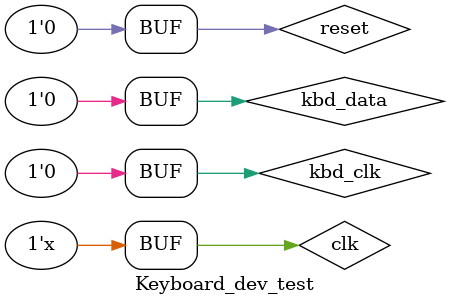
<source format=v>
`timescale 1ns / 1ps


module Keyboard_dev_test;

	// Inputs
	reg clk;
	reg reset;
	reg kbd_clk;
	reg kbd_data;

	// Outputs
	wire [7:0] Keyboard_Data;
	wire ready_pulse;

	// Instantiate the Unit Under Test (UUT)
	Keyboard_dev uut (
		.clk(clk), 
		.reset(reset), 
		.kbd_clk(kbd_clk), 
		.kbd_data(kbd_data), 
		.Keyboard_Data(Keyboard_Data), 
		.ready_pulse(ready_pulse)
	);

	initial begin
		// Initialize Inputs
		clk = 0;
		reset = 0;
		kbd_clk = 0;
		kbd_data = 0;

		// Wait 100 ns for global reset to finish
		#100;
        
		// Add stimulus here
        #50 kbd_clk = 1;
        kbd_data = 0;
        #50 kbd_clk = 0;
        #50 kbd_clk = 1;
        kbd_data = 0;
        #50 kbd_clk = 0;
        #50 kbd_clk = 1;
        kbd_data = 0;
        #50 kbd_clk = 0;
        #50 kbd_clk = 1;
        kbd_data = 0;
        #50 kbd_clk = 0;
        #50 kbd_clk = 1;
        kbd_data = 1;
        #50 kbd_clk = 0;
        #50 kbd_clk = 1;
        kbd_data = 1;
        #50 kbd_clk = 0;
        #50 kbd_clk = 1;
        kbd_data = 1;
        #50 kbd_clk = 0;
        #50 kbd_clk = 1;
        kbd_data = 1;
        #50 kbd_clk = 0;
        #50 kbd_clk = 1;
        kbd_data = 0;
        #50 kbd_clk = 0;
        #50 kbd_clk = 1;
        kbd_data = 0;
        #50 kbd_clk = 0;
        #50 kbd_clk = 1;
        kbd_data = 0;
        #50 kbd_clk = 0;

	end

    always begin
        #25 clk = ~clk;
    end
      
endmodule


</source>
